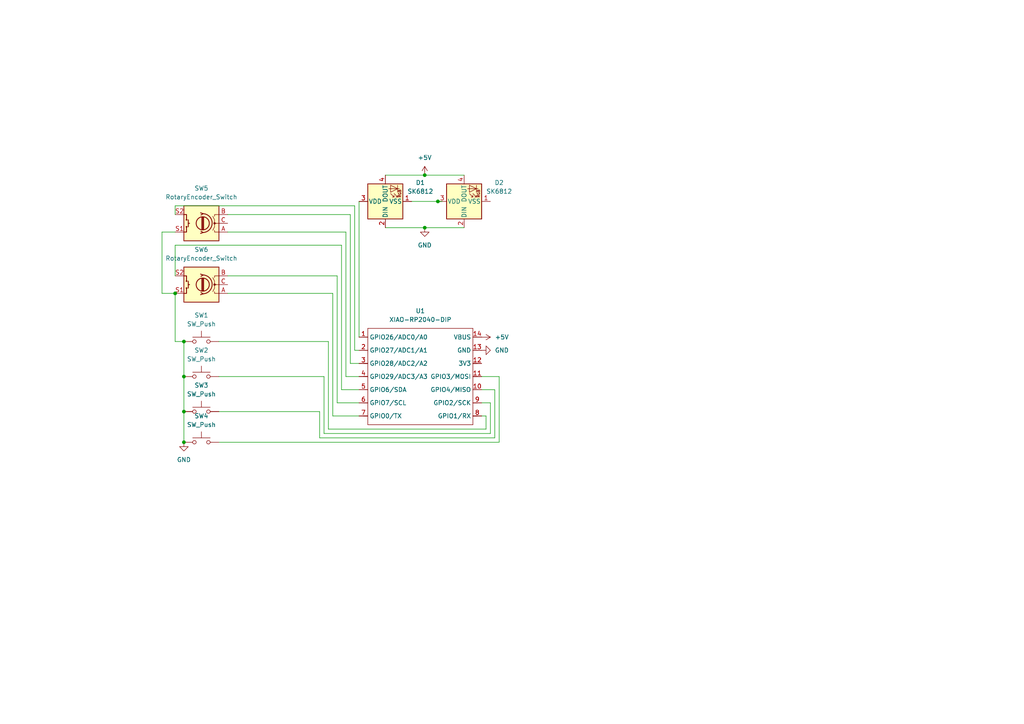
<source format=kicad_sch>
(kicad_sch
	(version 20250114)
	(generator "eeschema")
	(generator_version "9.0")
	(uuid "d9e5136b-d661-4912-8ee9-0caa2f03917f")
	(paper "A4")
	(lib_symbols
		(symbol "Device:RotaryEncoder_Switch"
			(pin_names
				(offset 0.254)
				(hide yes)
			)
			(exclude_from_sim no)
			(in_bom yes)
			(on_board yes)
			(property "Reference" "SW"
				(at 0 6.604 0)
				(effects
					(font
						(size 1.27 1.27)
					)
				)
			)
			(property "Value" "RotaryEncoder_Switch"
				(at 0 -6.604 0)
				(effects
					(font
						(size 1.27 1.27)
					)
				)
			)
			(property "Footprint" ""
				(at -3.81 4.064 0)
				(effects
					(font
						(size 1.27 1.27)
					)
					(hide yes)
				)
			)
			(property "Datasheet" "~"
				(at 0 6.604 0)
				(effects
					(font
						(size 1.27 1.27)
					)
					(hide yes)
				)
			)
			(property "Description" "Rotary encoder, dual channel, incremental quadrate outputs, with switch"
				(at 0 0 0)
				(effects
					(font
						(size 1.27 1.27)
					)
					(hide yes)
				)
			)
			(property "ki_keywords" "rotary switch encoder switch push button"
				(at 0 0 0)
				(effects
					(font
						(size 1.27 1.27)
					)
					(hide yes)
				)
			)
			(property "ki_fp_filters" "RotaryEncoder*Switch*"
				(at 0 0 0)
				(effects
					(font
						(size 1.27 1.27)
					)
					(hide yes)
				)
			)
			(symbol "RotaryEncoder_Switch_0_1"
				(rectangle
					(start -5.08 5.08)
					(end 5.08 -5.08)
					(stroke
						(width 0.254)
						(type default)
					)
					(fill
						(type background)
					)
				)
				(polyline
					(pts
						(xy -5.08 2.54) (xy -3.81 2.54) (xy -3.81 2.032)
					)
					(stroke
						(width 0)
						(type default)
					)
					(fill
						(type none)
					)
				)
				(polyline
					(pts
						(xy -5.08 0) (xy -3.81 0) (xy -3.81 -1.016) (xy -3.302 -2.032)
					)
					(stroke
						(width 0)
						(type default)
					)
					(fill
						(type none)
					)
				)
				(polyline
					(pts
						(xy -5.08 -2.54) (xy -3.81 -2.54) (xy -3.81 -2.032)
					)
					(stroke
						(width 0)
						(type default)
					)
					(fill
						(type none)
					)
				)
				(polyline
					(pts
						(xy -4.318 0) (xy -3.81 0) (xy -3.81 1.016) (xy -3.302 2.032)
					)
					(stroke
						(width 0)
						(type default)
					)
					(fill
						(type none)
					)
				)
				(circle
					(center -3.81 0)
					(radius 0.254)
					(stroke
						(width 0)
						(type default)
					)
					(fill
						(type outline)
					)
				)
				(polyline
					(pts
						(xy -0.635 -1.778) (xy -0.635 1.778)
					)
					(stroke
						(width 0.254)
						(type default)
					)
					(fill
						(type none)
					)
				)
				(circle
					(center -0.381 0)
					(radius 1.905)
					(stroke
						(width 0.254)
						(type default)
					)
					(fill
						(type none)
					)
				)
				(polyline
					(pts
						(xy -0.381 -1.778) (xy -0.381 1.778)
					)
					(stroke
						(width 0.254)
						(type default)
					)
					(fill
						(type none)
					)
				)
				(arc
					(start -0.381 -2.794)
					(mid -3.0988 -0.0635)
					(end -0.381 2.667)
					(stroke
						(width 0.254)
						(type default)
					)
					(fill
						(type none)
					)
				)
				(polyline
					(pts
						(xy -0.127 1.778) (xy -0.127 -1.778)
					)
					(stroke
						(width 0.254)
						(type default)
					)
					(fill
						(type none)
					)
				)
				(polyline
					(pts
						(xy 0.254 2.921) (xy -0.508 2.667) (xy 0.127 2.286)
					)
					(stroke
						(width 0.254)
						(type default)
					)
					(fill
						(type none)
					)
				)
				(polyline
					(pts
						(xy 0.254 -3.048) (xy -0.508 -2.794) (xy 0.127 -2.413)
					)
					(stroke
						(width 0.254)
						(type default)
					)
					(fill
						(type none)
					)
				)
				(polyline
					(pts
						(xy 3.81 1.016) (xy 3.81 -1.016)
					)
					(stroke
						(width 0.254)
						(type default)
					)
					(fill
						(type none)
					)
				)
				(polyline
					(pts
						(xy 3.81 0) (xy 3.429 0)
					)
					(stroke
						(width 0.254)
						(type default)
					)
					(fill
						(type none)
					)
				)
				(circle
					(center 4.318 1.016)
					(radius 0.127)
					(stroke
						(width 0.254)
						(type default)
					)
					(fill
						(type none)
					)
				)
				(circle
					(center 4.318 -1.016)
					(radius 0.127)
					(stroke
						(width 0.254)
						(type default)
					)
					(fill
						(type none)
					)
				)
				(polyline
					(pts
						(xy 5.08 2.54) (xy 4.318 2.54) (xy 4.318 1.016)
					)
					(stroke
						(width 0.254)
						(type default)
					)
					(fill
						(type none)
					)
				)
				(polyline
					(pts
						(xy 5.08 -2.54) (xy 4.318 -2.54) (xy 4.318 -1.016)
					)
					(stroke
						(width 0.254)
						(type default)
					)
					(fill
						(type none)
					)
				)
			)
			(symbol "RotaryEncoder_Switch_1_1"
				(pin passive line
					(at -7.62 2.54 0)
					(length 2.54)
					(name "A"
						(effects
							(font
								(size 1.27 1.27)
							)
						)
					)
					(number "A"
						(effects
							(font
								(size 1.27 1.27)
							)
						)
					)
				)
				(pin passive line
					(at -7.62 0 0)
					(length 2.54)
					(name "C"
						(effects
							(font
								(size 1.27 1.27)
							)
						)
					)
					(number "C"
						(effects
							(font
								(size 1.27 1.27)
							)
						)
					)
				)
				(pin passive line
					(at -7.62 -2.54 0)
					(length 2.54)
					(name "B"
						(effects
							(font
								(size 1.27 1.27)
							)
						)
					)
					(number "B"
						(effects
							(font
								(size 1.27 1.27)
							)
						)
					)
				)
				(pin passive line
					(at 7.62 2.54 180)
					(length 2.54)
					(name "S1"
						(effects
							(font
								(size 1.27 1.27)
							)
						)
					)
					(number "S1"
						(effects
							(font
								(size 1.27 1.27)
							)
						)
					)
				)
				(pin passive line
					(at 7.62 -2.54 180)
					(length 2.54)
					(name "S2"
						(effects
							(font
								(size 1.27 1.27)
							)
						)
					)
					(number "S2"
						(effects
							(font
								(size 1.27 1.27)
							)
						)
					)
				)
			)
			(embedded_fonts no)
		)
		(symbol "LED:SK6812"
			(pin_names
				(offset 0.254)
			)
			(exclude_from_sim no)
			(in_bom yes)
			(on_board yes)
			(property "Reference" "D"
				(at 5.08 5.715 0)
				(effects
					(font
						(size 1.27 1.27)
					)
					(justify right bottom)
				)
			)
			(property "Value" "SK6812"
				(at 1.27 -5.715 0)
				(effects
					(font
						(size 1.27 1.27)
					)
					(justify left top)
				)
			)
			(property "Footprint" "LED_SMD:LED_SK6812_PLCC4_5.0x5.0mm_P3.2mm"
				(at 1.27 -7.62 0)
				(effects
					(font
						(size 1.27 1.27)
					)
					(justify left top)
					(hide yes)
				)
			)
			(property "Datasheet" "https://cdn-shop.adafruit.com/product-files/1138/SK6812+LED+datasheet+.pdf"
				(at 2.54 -9.525 0)
				(effects
					(font
						(size 1.27 1.27)
					)
					(justify left top)
					(hide yes)
				)
			)
			(property "Description" "RGB LED with integrated controller"
				(at 0 0 0)
				(effects
					(font
						(size 1.27 1.27)
					)
					(hide yes)
				)
			)
			(property "ki_keywords" "RGB LED NeoPixel addressable"
				(at 0 0 0)
				(effects
					(font
						(size 1.27 1.27)
					)
					(hide yes)
				)
			)
			(property "ki_fp_filters" "LED*SK6812*PLCC*5.0x5.0mm*P3.2mm*"
				(at 0 0 0)
				(effects
					(font
						(size 1.27 1.27)
					)
					(hide yes)
				)
			)
			(symbol "SK6812_0_0"
				(text "RGB"
					(at 2.286 -4.191 0)
					(effects
						(font
							(size 0.762 0.762)
						)
					)
				)
			)
			(symbol "SK6812_0_1"
				(polyline
					(pts
						(xy 1.27 -2.54) (xy 1.778 -2.54)
					)
					(stroke
						(width 0)
						(type default)
					)
					(fill
						(type none)
					)
				)
				(polyline
					(pts
						(xy 1.27 -3.556) (xy 1.778 -3.556)
					)
					(stroke
						(width 0)
						(type default)
					)
					(fill
						(type none)
					)
				)
				(polyline
					(pts
						(xy 2.286 -1.524) (xy 1.27 -2.54) (xy 1.27 -2.032)
					)
					(stroke
						(width 0)
						(type default)
					)
					(fill
						(type none)
					)
				)
				(polyline
					(pts
						(xy 2.286 -2.54) (xy 1.27 -3.556) (xy 1.27 -3.048)
					)
					(stroke
						(width 0)
						(type default)
					)
					(fill
						(type none)
					)
				)
				(polyline
					(pts
						(xy 3.683 -1.016) (xy 3.683 -3.556) (xy 3.683 -4.064)
					)
					(stroke
						(width 0)
						(type default)
					)
					(fill
						(type none)
					)
				)
				(polyline
					(pts
						(xy 4.699 -1.524) (xy 2.667 -1.524) (xy 3.683 -3.556) (xy 4.699 -1.524)
					)
					(stroke
						(width 0)
						(type default)
					)
					(fill
						(type none)
					)
				)
				(polyline
					(pts
						(xy 4.699 -3.556) (xy 2.667 -3.556)
					)
					(stroke
						(width 0)
						(type default)
					)
					(fill
						(type none)
					)
				)
				(rectangle
					(start 5.08 5.08)
					(end -5.08 -5.08)
					(stroke
						(width 0.254)
						(type default)
					)
					(fill
						(type background)
					)
				)
			)
			(symbol "SK6812_1_1"
				(pin input line
					(at -7.62 0 0)
					(length 2.54)
					(name "DIN"
						(effects
							(font
								(size 1.27 1.27)
							)
						)
					)
					(number "2"
						(effects
							(font
								(size 1.27 1.27)
							)
						)
					)
				)
				(pin power_in line
					(at 0 7.62 270)
					(length 2.54)
					(name "VDD"
						(effects
							(font
								(size 1.27 1.27)
							)
						)
					)
					(number "3"
						(effects
							(font
								(size 1.27 1.27)
							)
						)
					)
				)
				(pin power_in line
					(at 0 -7.62 90)
					(length 2.54)
					(name "VSS"
						(effects
							(font
								(size 1.27 1.27)
							)
						)
					)
					(number "1"
						(effects
							(font
								(size 1.27 1.27)
							)
						)
					)
				)
				(pin output line
					(at 7.62 0 180)
					(length 2.54)
					(name "DOUT"
						(effects
							(font
								(size 1.27 1.27)
							)
						)
					)
					(number "4"
						(effects
							(font
								(size 1.27 1.27)
							)
						)
					)
				)
			)
			(embedded_fonts no)
		)
		(symbol "Switch:SW_Push"
			(pin_numbers
				(hide yes)
			)
			(pin_names
				(offset 1.016)
				(hide yes)
			)
			(exclude_from_sim no)
			(in_bom yes)
			(on_board yes)
			(property "Reference" "SW"
				(at 1.27 2.54 0)
				(effects
					(font
						(size 1.27 1.27)
					)
					(justify left)
				)
			)
			(property "Value" "SW_Push"
				(at 0 -1.524 0)
				(effects
					(font
						(size 1.27 1.27)
					)
				)
			)
			(property "Footprint" ""
				(at 0 5.08 0)
				(effects
					(font
						(size 1.27 1.27)
					)
					(hide yes)
				)
			)
			(property "Datasheet" "~"
				(at 0 5.08 0)
				(effects
					(font
						(size 1.27 1.27)
					)
					(hide yes)
				)
			)
			(property "Description" "Push button switch, generic, two pins"
				(at 0 0 0)
				(effects
					(font
						(size 1.27 1.27)
					)
					(hide yes)
				)
			)
			(property "ki_keywords" "switch normally-open pushbutton push-button"
				(at 0 0 0)
				(effects
					(font
						(size 1.27 1.27)
					)
					(hide yes)
				)
			)
			(symbol "SW_Push_0_1"
				(circle
					(center -2.032 0)
					(radius 0.508)
					(stroke
						(width 0)
						(type default)
					)
					(fill
						(type none)
					)
				)
				(polyline
					(pts
						(xy 0 1.27) (xy 0 3.048)
					)
					(stroke
						(width 0)
						(type default)
					)
					(fill
						(type none)
					)
				)
				(circle
					(center 2.032 0)
					(radius 0.508)
					(stroke
						(width 0)
						(type default)
					)
					(fill
						(type none)
					)
				)
				(polyline
					(pts
						(xy 2.54 1.27) (xy -2.54 1.27)
					)
					(stroke
						(width 0)
						(type default)
					)
					(fill
						(type none)
					)
				)
				(pin passive line
					(at -5.08 0 0)
					(length 2.54)
					(name "1"
						(effects
							(font
								(size 1.27 1.27)
							)
						)
					)
					(number "1"
						(effects
							(font
								(size 1.27 1.27)
							)
						)
					)
				)
				(pin passive line
					(at 5.08 0 180)
					(length 2.54)
					(name "2"
						(effects
							(font
								(size 1.27 1.27)
							)
						)
					)
					(number "2"
						(effects
							(font
								(size 1.27 1.27)
							)
						)
					)
				)
			)
			(embedded_fonts no)
		)
		(symbol "controller:XIAO-RP2040-DIP"
			(exclude_from_sim no)
			(in_bom yes)
			(on_board yes)
			(property "Reference" "U"
				(at 0 0 0)
				(effects
					(font
						(size 1.27 1.27)
					)
				)
			)
			(property "Value" "XIAO-RP2040-DIP"
				(at 5.334 -1.778 0)
				(effects
					(font
						(size 1.27 1.27)
					)
				)
			)
			(property "Footprint" "Module:MOUDLE14P-XIAO-DIP-SMD"
				(at 14.478 -32.258 0)
				(effects
					(font
						(size 1.27 1.27)
					)
					(hide yes)
				)
			)
			(property "Datasheet" ""
				(at 0 0 0)
				(effects
					(font
						(size 1.27 1.27)
					)
					(hide yes)
				)
			)
			(property "Description" ""
				(at 0 0 0)
				(effects
					(font
						(size 1.27 1.27)
					)
					(hide yes)
				)
			)
			(symbol "XIAO-RP2040-DIP_1_0"
				(polyline
					(pts
						(xy -1.27 -2.54) (xy 29.21 -2.54)
					)
					(stroke
						(width 0.1524)
						(type solid)
					)
					(fill
						(type none)
					)
				)
				(polyline
					(pts
						(xy -1.27 -5.08) (xy -2.54 -5.08)
					)
					(stroke
						(width 0.1524)
						(type solid)
					)
					(fill
						(type none)
					)
				)
				(polyline
					(pts
						(xy -1.27 -5.08) (xy -1.27 -2.54)
					)
					(stroke
						(width 0.1524)
						(type solid)
					)
					(fill
						(type none)
					)
				)
				(polyline
					(pts
						(xy -1.27 -8.89) (xy -2.54 -8.89)
					)
					(stroke
						(width 0.1524)
						(type solid)
					)
					(fill
						(type none)
					)
				)
				(polyline
					(pts
						(xy -1.27 -8.89) (xy -1.27 -5.08)
					)
					(stroke
						(width 0.1524)
						(type solid)
					)
					(fill
						(type none)
					)
				)
				(polyline
					(pts
						(xy -1.27 -12.7) (xy -2.54 -12.7)
					)
					(stroke
						(width 0.1524)
						(type solid)
					)
					(fill
						(type none)
					)
				)
				(polyline
					(pts
						(xy -1.27 -12.7) (xy -1.27 -8.89)
					)
					(stroke
						(width 0.1524)
						(type solid)
					)
					(fill
						(type none)
					)
				)
				(polyline
					(pts
						(xy -1.27 -16.51) (xy -2.54 -16.51)
					)
					(stroke
						(width 0.1524)
						(type solid)
					)
					(fill
						(type none)
					)
				)
				(polyline
					(pts
						(xy -1.27 -16.51) (xy -1.27 -12.7)
					)
					(stroke
						(width 0.1524)
						(type solid)
					)
					(fill
						(type none)
					)
				)
				(polyline
					(pts
						(xy -1.27 -20.32) (xy -2.54 -20.32)
					)
					(stroke
						(width 0.1524)
						(type solid)
					)
					(fill
						(type none)
					)
				)
				(polyline
					(pts
						(xy -1.27 -24.13) (xy -2.54 -24.13)
					)
					(stroke
						(width 0.1524)
						(type solid)
					)
					(fill
						(type none)
					)
				)
				(polyline
					(pts
						(xy -1.27 -27.94) (xy -2.54 -27.94)
					)
					(stroke
						(width 0.1524)
						(type solid)
					)
					(fill
						(type none)
					)
				)
				(polyline
					(pts
						(xy -1.27 -30.48) (xy -1.27 -16.51)
					)
					(stroke
						(width 0.1524)
						(type solid)
					)
					(fill
						(type none)
					)
				)
				(polyline
					(pts
						(xy 29.21 -2.54) (xy 29.21 -5.08)
					)
					(stroke
						(width 0.1524)
						(type solid)
					)
					(fill
						(type none)
					)
				)
				(polyline
					(pts
						(xy 29.21 -5.08) (xy 29.21 -8.89)
					)
					(stroke
						(width 0.1524)
						(type solid)
					)
					(fill
						(type none)
					)
				)
				(polyline
					(pts
						(xy 29.21 -8.89) (xy 29.21 -12.7)
					)
					(stroke
						(width 0.1524)
						(type solid)
					)
					(fill
						(type none)
					)
				)
				(polyline
					(pts
						(xy 29.21 -12.7) (xy 29.21 -30.48)
					)
					(stroke
						(width 0.1524)
						(type solid)
					)
					(fill
						(type none)
					)
				)
				(polyline
					(pts
						(xy 29.21 -30.48) (xy -1.27 -30.48)
					)
					(stroke
						(width 0.1524)
						(type solid)
					)
					(fill
						(type none)
					)
				)
				(polyline
					(pts
						(xy 30.48 -5.08) (xy 29.21 -5.08)
					)
					(stroke
						(width 0.1524)
						(type solid)
					)
					(fill
						(type none)
					)
				)
				(polyline
					(pts
						(xy 30.48 -8.89) (xy 29.21 -8.89)
					)
					(stroke
						(width 0.1524)
						(type solid)
					)
					(fill
						(type none)
					)
				)
				(polyline
					(pts
						(xy 30.48 -12.7) (xy 29.21 -12.7)
					)
					(stroke
						(width 0.1524)
						(type solid)
					)
					(fill
						(type none)
					)
				)
				(polyline
					(pts
						(xy 30.48 -16.51) (xy 29.21 -16.51)
					)
					(stroke
						(width 0.1524)
						(type solid)
					)
					(fill
						(type none)
					)
				)
				(polyline
					(pts
						(xy 30.48 -20.32) (xy 29.21 -20.32)
					)
					(stroke
						(width 0.1524)
						(type solid)
					)
					(fill
						(type none)
					)
				)
				(polyline
					(pts
						(xy 30.48 -24.13) (xy 29.21 -24.13)
					)
					(stroke
						(width 0.1524)
						(type solid)
					)
					(fill
						(type none)
					)
				)
				(polyline
					(pts
						(xy 30.48 -27.94) (xy 29.21 -27.94)
					)
					(stroke
						(width 0.1524)
						(type solid)
					)
					(fill
						(type none)
					)
				)
				(pin passive line
					(at -3.81 -5.08 0)
					(length 2.54)
					(name "GPIO26/ADC0/A0"
						(effects
							(font
								(size 1.27 1.27)
							)
						)
					)
					(number "1"
						(effects
							(font
								(size 1.27 1.27)
							)
						)
					)
				)
				(pin passive line
					(at -3.81 -8.89 0)
					(length 2.54)
					(name "GPIO27/ADC1/A1"
						(effects
							(font
								(size 1.27 1.27)
							)
						)
					)
					(number "2"
						(effects
							(font
								(size 1.27 1.27)
							)
						)
					)
				)
				(pin passive line
					(at -3.81 -12.7 0)
					(length 2.54)
					(name "GPIO28/ADC2/A2"
						(effects
							(font
								(size 1.27 1.27)
							)
						)
					)
					(number "3"
						(effects
							(font
								(size 1.27 1.27)
							)
						)
					)
				)
				(pin passive line
					(at -3.81 -16.51 0)
					(length 2.54)
					(name "GPIO29/ADC3/A3"
						(effects
							(font
								(size 1.27 1.27)
							)
						)
					)
					(number "4"
						(effects
							(font
								(size 1.27 1.27)
							)
						)
					)
				)
				(pin passive line
					(at -3.81 -20.32 0)
					(length 2.54)
					(name "GPIO6/SDA"
						(effects
							(font
								(size 1.27 1.27)
							)
						)
					)
					(number "5"
						(effects
							(font
								(size 1.27 1.27)
							)
						)
					)
				)
				(pin passive line
					(at -3.81 -24.13 0)
					(length 2.54)
					(name "GPIO7/SCL"
						(effects
							(font
								(size 1.27 1.27)
							)
						)
					)
					(number "6"
						(effects
							(font
								(size 1.27 1.27)
							)
						)
					)
				)
				(pin passive line
					(at -3.81 -27.94 0)
					(length 2.54)
					(name "GPIO0/TX"
						(effects
							(font
								(size 1.27 1.27)
							)
						)
					)
					(number "7"
						(effects
							(font
								(size 1.27 1.27)
							)
						)
					)
				)
				(pin passive line
					(at 31.75 -5.08 180)
					(length 2.54)
					(name "VBUS"
						(effects
							(font
								(size 1.27 1.27)
							)
						)
					)
					(number "14"
						(effects
							(font
								(size 1.27 1.27)
							)
						)
					)
				)
				(pin passive line
					(at 31.75 -8.89 180)
					(length 2.54)
					(name "GND"
						(effects
							(font
								(size 1.27 1.27)
							)
						)
					)
					(number "13"
						(effects
							(font
								(size 1.27 1.27)
							)
						)
					)
				)
				(pin passive line
					(at 31.75 -12.7 180)
					(length 2.54)
					(name "3V3"
						(effects
							(font
								(size 1.27 1.27)
							)
						)
					)
					(number "12"
						(effects
							(font
								(size 1.27 1.27)
							)
						)
					)
				)
				(pin passive line
					(at 31.75 -16.51 180)
					(length 2.54)
					(name "GPIO3/MOSI"
						(effects
							(font
								(size 1.27 1.27)
							)
						)
					)
					(number "11"
						(effects
							(font
								(size 1.27 1.27)
							)
						)
					)
				)
				(pin passive line
					(at 31.75 -20.32 180)
					(length 2.54)
					(name "GPIO4/MISO"
						(effects
							(font
								(size 1.27 1.27)
							)
						)
					)
					(number "10"
						(effects
							(font
								(size 1.27 1.27)
							)
						)
					)
				)
				(pin passive line
					(at 31.75 -24.13 180)
					(length 2.54)
					(name "GPIO2/SCK"
						(effects
							(font
								(size 1.27 1.27)
							)
						)
					)
					(number "9"
						(effects
							(font
								(size 1.27 1.27)
							)
						)
					)
				)
				(pin passive line
					(at 31.75 -27.94 180)
					(length 2.54)
					(name "GPIO1/RX"
						(effects
							(font
								(size 1.27 1.27)
							)
						)
					)
					(number "8"
						(effects
							(font
								(size 1.27 1.27)
							)
						)
					)
				)
			)
			(embedded_fonts no)
		)
		(symbol "power:+5V"
			(power)
			(pin_numbers
				(hide yes)
			)
			(pin_names
				(offset 0)
				(hide yes)
			)
			(exclude_from_sim no)
			(in_bom yes)
			(on_board yes)
			(property "Reference" "#PWR"
				(at 0 -3.81 0)
				(effects
					(font
						(size 1.27 1.27)
					)
					(hide yes)
				)
			)
			(property "Value" "+5V"
				(at 0 3.556 0)
				(effects
					(font
						(size 1.27 1.27)
					)
				)
			)
			(property "Footprint" ""
				(at 0 0 0)
				(effects
					(font
						(size 1.27 1.27)
					)
					(hide yes)
				)
			)
			(property "Datasheet" ""
				(at 0 0 0)
				(effects
					(font
						(size 1.27 1.27)
					)
					(hide yes)
				)
			)
			(property "Description" "Power symbol creates a global label with name \"+5V\""
				(at 0 0 0)
				(effects
					(font
						(size 1.27 1.27)
					)
					(hide yes)
				)
			)
			(property "ki_keywords" "global power"
				(at 0 0 0)
				(effects
					(font
						(size 1.27 1.27)
					)
					(hide yes)
				)
			)
			(symbol "+5V_0_1"
				(polyline
					(pts
						(xy -0.762 1.27) (xy 0 2.54)
					)
					(stroke
						(width 0)
						(type default)
					)
					(fill
						(type none)
					)
				)
				(polyline
					(pts
						(xy 0 2.54) (xy 0.762 1.27)
					)
					(stroke
						(width 0)
						(type default)
					)
					(fill
						(type none)
					)
				)
				(polyline
					(pts
						(xy 0 0) (xy 0 2.54)
					)
					(stroke
						(width 0)
						(type default)
					)
					(fill
						(type none)
					)
				)
			)
			(symbol "+5V_1_1"
				(pin power_in line
					(at 0 0 90)
					(length 0)
					(name "~"
						(effects
							(font
								(size 1.27 1.27)
							)
						)
					)
					(number "1"
						(effects
							(font
								(size 1.27 1.27)
							)
						)
					)
				)
			)
			(embedded_fonts no)
		)
		(symbol "power:GND"
			(power)
			(pin_numbers
				(hide yes)
			)
			(pin_names
				(offset 0)
				(hide yes)
			)
			(exclude_from_sim no)
			(in_bom yes)
			(on_board yes)
			(property "Reference" "#PWR"
				(at 0 -6.35 0)
				(effects
					(font
						(size 1.27 1.27)
					)
					(hide yes)
				)
			)
			(property "Value" "GND"
				(at 0 -3.81 0)
				(effects
					(font
						(size 1.27 1.27)
					)
				)
			)
			(property "Footprint" ""
				(at 0 0 0)
				(effects
					(font
						(size 1.27 1.27)
					)
					(hide yes)
				)
			)
			(property "Datasheet" ""
				(at 0 0 0)
				(effects
					(font
						(size 1.27 1.27)
					)
					(hide yes)
				)
			)
			(property "Description" "Power symbol creates a global label with name \"GND\" , ground"
				(at 0 0 0)
				(effects
					(font
						(size 1.27 1.27)
					)
					(hide yes)
				)
			)
			(property "ki_keywords" "global power"
				(at 0 0 0)
				(effects
					(font
						(size 1.27 1.27)
					)
					(hide yes)
				)
			)
			(symbol "GND_0_1"
				(polyline
					(pts
						(xy 0 0) (xy 0 -1.27) (xy 1.27 -1.27) (xy 0 -2.54) (xy -1.27 -1.27) (xy 0 -1.27)
					)
					(stroke
						(width 0)
						(type default)
					)
					(fill
						(type none)
					)
				)
			)
			(symbol "GND_1_1"
				(pin power_in line
					(at 0 0 270)
					(length 0)
					(name "~"
						(effects
							(font
								(size 1.27 1.27)
							)
						)
					)
					(number "1"
						(effects
							(font
								(size 1.27 1.27)
							)
						)
					)
				)
			)
			(embedded_fonts no)
		)
	)
	(junction
		(at 53.34 119.38)
		(diameter 0)
		(color 0 0 0 0)
		(uuid "2a291635-356c-4fa8-b8dc-da0e5a9a04db")
	)
	(junction
		(at 53.34 109.22)
		(diameter 0)
		(color 0 0 0 0)
		(uuid "56a552f9-f856-4be5-80db-e252d9078c44")
	)
	(junction
		(at 127 58.42)
		(diameter 0)
		(color 0 0 0 0)
		(uuid "5e25ceea-b304-4e80-add7-42b9d8d8705a")
	)
	(junction
		(at 123.19 50.8)
		(diameter 0)
		(color 0 0 0 0)
		(uuid "719dedd1-9e16-4066-b909-d923e72f1953")
	)
	(junction
		(at 53.34 99.06)
		(diameter 0)
		(color 0 0 0 0)
		(uuid "75b4b4e1-71b9-4ed6-9fdb-cad58a891bef")
	)
	(junction
		(at 123.19 66.04)
		(diameter 0)
		(color 0 0 0 0)
		(uuid "9037e333-30e6-4518-82a2-d6449fddd6fd")
	)
	(junction
		(at 53.34 128.27)
		(diameter 0)
		(color 0 0 0 0)
		(uuid "9e47fc2c-b28c-4a97-8b4f-af8c1eb1d696")
	)
	(junction
		(at 50.8 85.09)
		(diameter 0)
		(color 0 0 0 0)
		(uuid "a171d0a7-7aa5-4b97-9817-5f1281c5f875")
	)
	(wire
		(pts
			(xy 140.97 124.46) (xy 140.97 120.65)
		)
		(stroke
			(width 0)
			(type default)
		)
		(uuid "05a89dc6-f817-4210-bbd4-920452f846ec")
	)
	(wire
		(pts
			(xy 95.25 124.46) (xy 140.97 124.46)
		)
		(stroke
			(width 0)
			(type default)
		)
		(uuid "10cf0702-c103-425c-b1db-8a67e93ee04f")
	)
	(wire
		(pts
			(xy 111.76 66.04) (xy 123.19 66.04)
		)
		(stroke
			(width 0)
			(type default)
		)
		(uuid "1905e2bb-73b4-4acf-a236-33f2140dc6ac")
	)
	(wire
		(pts
			(xy 101.6 62.23) (xy 101.6 105.41)
		)
		(stroke
			(width 0)
			(type default)
		)
		(uuid "203d3485-fd5e-4f74-a98f-990bf77e6286")
	)
	(wire
		(pts
			(xy 140.97 120.65) (xy 139.7 120.65)
		)
		(stroke
			(width 0)
			(type default)
		)
		(uuid "270545cc-474e-40b5-869f-702399aa43fc")
	)
	(wire
		(pts
			(xy 96.52 120.65) (xy 104.14 120.65)
		)
		(stroke
			(width 0)
			(type default)
		)
		(uuid "281fbc21-ae2d-427f-b1fb-4da39561d076")
	)
	(wire
		(pts
			(xy 93.98 109.22) (xy 93.98 125.73)
		)
		(stroke
			(width 0)
			(type default)
		)
		(uuid "35e95e2d-2e66-427a-a908-fc9d09bb729c")
	)
	(wire
		(pts
			(xy 50.8 59.69) (xy 102.87 59.69)
		)
		(stroke
			(width 0)
			(type default)
		)
		(uuid "3722a60c-8a6a-464d-98df-d2acc9c6147e")
	)
	(wire
		(pts
			(xy 50.8 71.12) (xy 99.06 71.12)
		)
		(stroke
			(width 0)
			(type default)
		)
		(uuid "38b9b07e-b93b-4546-8c7f-284c019c1f2b")
	)
	(wire
		(pts
			(xy 144.78 109.22) (xy 139.7 109.22)
		)
		(stroke
			(width 0)
			(type default)
		)
		(uuid "4b49925d-18b8-4cba-b59c-0156b4c35f4d")
	)
	(wire
		(pts
			(xy 99.06 71.12) (xy 99.06 113.03)
		)
		(stroke
			(width 0)
			(type default)
		)
		(uuid "53208377-60bc-4096-91b7-831e2318d86b")
	)
	(wire
		(pts
			(xy 63.5 128.27) (xy 144.78 128.27)
		)
		(stroke
			(width 0)
			(type default)
		)
		(uuid "54d67a7b-1712-4a7b-83f7-2debd41ffe3d")
	)
	(wire
		(pts
			(xy 97.79 80.01) (xy 97.79 116.84)
		)
		(stroke
			(width 0)
			(type default)
		)
		(uuid "59688354-7bcd-4859-aa76-d765be3b547a")
	)
	(wire
		(pts
			(xy 63.5 99.06) (xy 95.25 99.06)
		)
		(stroke
			(width 0)
			(type default)
		)
		(uuid "5f05b002-e3eb-4772-8046-90270efe70f9")
	)
	(wire
		(pts
			(xy 142.24 116.84) (xy 139.7 116.84)
		)
		(stroke
			(width 0)
			(type default)
		)
		(uuid "60bf8749-f646-4fbe-a104-144e286ac159")
	)
	(wire
		(pts
			(xy 102.87 59.69) (xy 102.87 101.6)
		)
		(stroke
			(width 0)
			(type default)
		)
		(uuid "63cd257d-2fd5-484b-a179-2e3f0629e35d")
	)
	(wire
		(pts
			(xy 92.71 119.38) (xy 92.71 127)
		)
		(stroke
			(width 0)
			(type default)
		)
		(uuid "6dd1337f-73b0-4183-b0c2-d30a8f1b21e2")
	)
	(wire
		(pts
			(xy 144.78 128.27) (xy 144.78 109.22)
		)
		(stroke
			(width 0)
			(type default)
		)
		(uuid "6f1dca43-1698-4415-8d2f-500440ce8103")
	)
	(wire
		(pts
			(xy 50.8 67.31) (xy 46.99 67.31)
		)
		(stroke
			(width 0)
			(type default)
		)
		(uuid "721ce0d8-db72-46be-a887-43bdedbb8b3d")
	)
	(wire
		(pts
			(xy 50.8 62.23) (xy 50.8 59.69)
		)
		(stroke
			(width 0)
			(type default)
		)
		(uuid "7a28fdd0-6497-4916-afdf-89bd75af4f7c")
	)
	(wire
		(pts
			(xy 63.5 119.38) (xy 92.71 119.38)
		)
		(stroke
			(width 0)
			(type default)
		)
		(uuid "7ee9a2e6-2c87-4084-a105-f6127080a6f3")
	)
	(wire
		(pts
			(xy 97.79 116.84) (xy 104.14 116.84)
		)
		(stroke
			(width 0)
			(type default)
		)
		(uuid "7fd442be-9832-43be-9b0f-a81f0bbca298")
	)
	(wire
		(pts
			(xy 96.52 85.09) (xy 96.52 120.65)
		)
		(stroke
			(width 0)
			(type default)
		)
		(uuid "8176dd72-35b8-4648-b9ab-84e2c8c312da")
	)
	(wire
		(pts
			(xy 143.51 127) (xy 143.51 113.03)
		)
		(stroke
			(width 0)
			(type default)
		)
		(uuid "848fa28f-3f12-458a-8c37-25e2ef66e3a1")
	)
	(wire
		(pts
			(xy 46.99 67.31) (xy 46.99 85.09)
		)
		(stroke
			(width 0)
			(type default)
		)
		(uuid "86bd5cfd-60cf-4cdb-a815-a3cff6d4b2d3")
	)
	(wire
		(pts
			(xy 123.19 66.04) (xy 134.62 66.04)
		)
		(stroke
			(width 0)
			(type default)
		)
		(uuid "89b9f3c7-69f8-4e03-98f0-62ea465adc52")
	)
	(wire
		(pts
			(xy 50.8 80.01) (xy 50.8 71.12)
		)
		(stroke
			(width 0)
			(type default)
		)
		(uuid "8da78e1f-3511-459a-b8c8-423b3a04fe6c")
	)
	(wire
		(pts
			(xy 101.6 105.41) (xy 104.14 105.41)
		)
		(stroke
			(width 0)
			(type default)
		)
		(uuid "96414110-fd34-471c-94af-15af88c669e1")
	)
	(wire
		(pts
			(xy 100.33 67.31) (xy 100.33 109.22)
		)
		(stroke
			(width 0)
			(type default)
		)
		(uuid "98788b43-e6e9-4be8-8303-d51c3434884c")
	)
	(wire
		(pts
			(xy 53.34 109.22) (xy 53.34 119.38)
		)
		(stroke
			(width 0)
			(type default)
		)
		(uuid "9d95e3f5-1cd1-4171-816b-d4cb392a6bb8")
	)
	(wire
		(pts
			(xy 66.04 85.09) (xy 96.52 85.09)
		)
		(stroke
			(width 0)
			(type default)
		)
		(uuid "9fa09438-90ff-44b1-8a4b-aa68bb6a83c5")
	)
	(wire
		(pts
			(xy 100.33 109.22) (xy 104.14 109.22)
		)
		(stroke
			(width 0)
			(type default)
		)
		(uuid "aed38295-8f37-4f03-b648-101d770f2ddd")
	)
	(wire
		(pts
			(xy 66.04 62.23) (xy 101.6 62.23)
		)
		(stroke
			(width 0)
			(type default)
		)
		(uuid "b41adaa6-c053-4823-8c64-5e9c048809e5")
	)
	(wire
		(pts
			(xy 111.76 50.8) (xy 123.19 50.8)
		)
		(stroke
			(width 0)
			(type default)
		)
		(uuid "bf7c648b-2762-49da-89dc-25f2444683f5")
	)
	(wire
		(pts
			(xy 46.99 85.09) (xy 50.8 85.09)
		)
		(stroke
			(width 0)
			(type default)
		)
		(uuid "bfdd83ab-611e-4e44-a344-1847509abd47")
	)
	(wire
		(pts
			(xy 95.25 99.06) (xy 95.25 124.46)
		)
		(stroke
			(width 0)
			(type default)
		)
		(uuid "c149ae3f-8f37-4f92-a52b-109943b8fd06")
	)
	(wire
		(pts
			(xy 102.87 101.6) (xy 104.14 101.6)
		)
		(stroke
			(width 0)
			(type default)
		)
		(uuid "c8936d5d-c527-43ee-aba4-e73d197ce325")
	)
	(wire
		(pts
			(xy 127 58.42) (xy 128.27 58.42)
		)
		(stroke
			(width 0)
			(type default)
		)
		(uuid "c981e56b-dc8f-4040-8b05-5aacee0a3d22")
	)
	(wire
		(pts
			(xy 93.98 125.73) (xy 142.24 125.73)
		)
		(stroke
			(width 0)
			(type default)
		)
		(uuid "cf7f988c-8400-4922-b3af-6919c35199d3")
	)
	(wire
		(pts
			(xy 143.51 113.03) (xy 139.7 113.03)
		)
		(stroke
			(width 0)
			(type default)
		)
		(uuid "d4ad45aa-7aa2-457c-81a1-1c0eaf293bdd")
	)
	(wire
		(pts
			(xy 92.71 127) (xy 143.51 127)
		)
		(stroke
			(width 0)
			(type default)
		)
		(uuid "d77e2307-c816-43fc-9dae-f433f929c864")
	)
	(wire
		(pts
			(xy 99.06 113.03) (xy 104.14 113.03)
		)
		(stroke
			(width 0)
			(type default)
		)
		(uuid "de5e8a59-41c4-48e4-bbca-c7a1e70641ff")
	)
	(wire
		(pts
			(xy 104.14 58.42) (xy 104.14 97.79)
		)
		(stroke
			(width 0)
			(type default)
		)
		(uuid "deba6022-aa30-4ffd-b946-094b1350fe1a")
	)
	(wire
		(pts
			(xy 53.34 119.38) (xy 53.34 128.27)
		)
		(stroke
			(width 0)
			(type default)
		)
		(uuid "dfe10b5c-e4cf-4b26-94c3-0768afc552d0")
	)
	(wire
		(pts
			(xy 50.8 99.06) (xy 53.34 99.06)
		)
		(stroke
			(width 0)
			(type default)
		)
		(uuid "e6f604ed-1a77-40ad-898a-bd85ca4ddb44")
	)
	(wire
		(pts
			(xy 123.19 50.8) (xy 134.62 50.8)
		)
		(stroke
			(width 0)
			(type default)
		)
		(uuid "e832a2db-29a4-45da-8d11-3366b7a80e0a")
	)
	(wire
		(pts
			(xy 63.5 109.22) (xy 93.98 109.22)
		)
		(stroke
			(width 0)
			(type default)
		)
		(uuid "e88960c5-e0e6-4bf8-bccd-1def9e8f25f3")
	)
	(wire
		(pts
			(xy 50.8 85.09) (xy 50.8 99.06)
		)
		(stroke
			(width 0)
			(type default)
		)
		(uuid "ebd6651a-1a4f-4f38-9542-c235911f8e5a")
	)
	(wire
		(pts
			(xy 53.34 99.06) (xy 53.34 109.22)
		)
		(stroke
			(width 0)
			(type default)
		)
		(uuid "ece63305-207c-43ff-b53f-d4f78af5757d")
	)
	(wire
		(pts
			(xy 119.38 58.42) (xy 127 58.42)
		)
		(stroke
			(width 0)
			(type default)
		)
		(uuid "ef68fb12-5ce9-44df-b202-299b4dabfd5c")
	)
	(wire
		(pts
			(xy 142.24 125.73) (xy 142.24 116.84)
		)
		(stroke
			(width 0)
			(type default)
		)
		(uuid "f3e84ddc-766d-4765-858f-c673a5cd0252")
	)
	(wire
		(pts
			(xy 66.04 67.31) (xy 100.33 67.31)
		)
		(stroke
			(width 0)
			(type default)
		)
		(uuid "f890449a-d935-4538-880c-7b27ee44e649")
	)
	(wire
		(pts
			(xy 66.04 80.01) (xy 97.79 80.01)
		)
		(stroke
			(width 0)
			(type default)
		)
		(uuid "f8eca27a-bf65-4bc4-8d6a-3a8a0435cd2f")
	)
	(symbol
		(lib_id "Switch:SW_Push")
		(at 58.42 119.38 0)
		(unit 1)
		(exclude_from_sim no)
		(in_bom yes)
		(on_board yes)
		(dnp no)
		(fields_autoplaced yes)
		(uuid "28cca403-c2c6-40ce-b04f-d2c72b0e99b2")
		(property "Reference" "SW3"
			(at 58.42 111.76 0)
			(effects
				(font
					(size 1.27 1.27)
				)
			)
		)
		(property "Value" "SW_Push"
			(at 58.42 114.3 0)
			(effects
				(font
					(size 1.27 1.27)
				)
			)
		)
		(property "Footprint" "Button_Switch_Keyboard:SW_Cherry_MX_1.00u_PCB"
			(at 58.42 114.3 0)
			(effects
				(font
					(size 1.27 1.27)
				)
				(hide yes)
			)
		)
		(property "Datasheet" "~"
			(at 58.42 114.3 0)
			(effects
				(font
					(size 1.27 1.27)
				)
				(hide yes)
			)
		)
		(property "Description" "Push button switch, generic, two pins"
			(at 58.42 119.38 0)
			(effects
				(font
					(size 1.27 1.27)
				)
				(hide yes)
			)
		)
		(pin "1"
			(uuid "f7ca2abc-12b8-4653-85e5-f5145263ea75")
		)
		(pin "2"
			(uuid "226e54f3-7f1b-4a4a-8b39-1276e7ff865a")
		)
		(instances
			(project ""
				(path "/d9e5136b-d661-4912-8ee9-0caa2f03917f"
					(reference "SW3")
					(unit 1)
				)
			)
		)
	)
	(symbol
		(lib_id "Switch:SW_Push")
		(at 58.42 109.22 0)
		(unit 1)
		(exclude_from_sim no)
		(in_bom yes)
		(on_board yes)
		(dnp no)
		(fields_autoplaced yes)
		(uuid "2f21d25b-723d-4001-ae24-d1316cca48e3")
		(property "Reference" "SW2"
			(at 58.42 101.6 0)
			(effects
				(font
					(size 1.27 1.27)
				)
			)
		)
		(property "Value" "SW_Push"
			(at 58.42 104.14 0)
			(effects
				(font
					(size 1.27 1.27)
				)
			)
		)
		(property "Footprint" "Button_Switch_Keyboard:SW_Cherry_MX_1.00u_PCB"
			(at 58.42 104.14 0)
			(effects
				(font
					(size 1.27 1.27)
				)
				(hide yes)
			)
		)
		(property "Datasheet" "~"
			(at 58.42 104.14 0)
			(effects
				(font
					(size 1.27 1.27)
				)
				(hide yes)
			)
		)
		(property "Description" "Push button switch, generic, two pins"
			(at 58.42 109.22 0)
			(effects
				(font
					(size 1.27 1.27)
				)
				(hide yes)
			)
		)
		(pin "2"
			(uuid "2480f2e2-189e-438c-9266-5def8d568019")
		)
		(pin "1"
			(uuid "04796109-512e-4fc9-906d-697790d95460")
		)
		(instances
			(project ""
				(path "/d9e5136b-d661-4912-8ee9-0caa2f03917f"
					(reference "SW2")
					(unit 1)
				)
			)
		)
	)
	(symbol
		(lib_id "power:GND")
		(at 53.34 128.27 0)
		(unit 1)
		(exclude_from_sim no)
		(in_bom yes)
		(on_board yes)
		(dnp no)
		(fields_autoplaced yes)
		(uuid "36010953-359b-4710-9e0f-e23d158f72ee")
		(property "Reference" "#PWR01"
			(at 53.34 134.62 0)
			(effects
				(font
					(size 1.27 1.27)
				)
				(hide yes)
			)
		)
		(property "Value" "GND"
			(at 53.34 133.35 0)
			(effects
				(font
					(size 1.27 1.27)
				)
			)
		)
		(property "Footprint" ""
			(at 53.34 128.27 0)
			(effects
				(font
					(size 1.27 1.27)
				)
				(hide yes)
			)
		)
		(property "Datasheet" ""
			(at 53.34 128.27 0)
			(effects
				(font
					(size 1.27 1.27)
				)
				(hide yes)
			)
		)
		(property "Description" "Power symbol creates a global label with name \"GND\" , ground"
			(at 53.34 128.27 0)
			(effects
				(font
					(size 1.27 1.27)
				)
				(hide yes)
			)
		)
		(pin "1"
			(uuid "b629271b-deab-42e6-aa81-16a1fc3d2f9b")
		)
		(instances
			(project ""
				(path "/d9e5136b-d661-4912-8ee9-0caa2f03917f"
					(reference "#PWR01")
					(unit 1)
				)
			)
		)
	)
	(symbol
		(lib_id "Device:RotaryEncoder_Switch")
		(at 58.42 64.77 180)
		(unit 1)
		(exclude_from_sim no)
		(in_bom yes)
		(on_board yes)
		(dnp no)
		(fields_autoplaced yes)
		(uuid "370f2b65-65ff-4148-913e-dbea7f9f0bfd")
		(property "Reference" "SW5"
			(at 58.42 54.61 0)
			(effects
				(font
					(size 1.27 1.27)
				)
			)
		)
		(property "Value" "RotaryEncoder_Switch"
			(at 58.42 57.15 0)
			(effects
				(font
					(size 1.27 1.27)
				)
			)
		)
		(property "Footprint" "Rotary_Encoder:RotaryEncoder_Alps_EC11E-Switch_Vertical_H20mm_CircularMountingHoles"
			(at 62.23 68.834 0)
			(effects
				(font
					(size 1.27 1.27)
				)
				(hide yes)
			)
		)
		(property "Datasheet" "~"
			(at 58.42 71.374 0)
			(effects
				(font
					(size 1.27 1.27)
				)
				(hide yes)
			)
		)
		(property "Description" "Rotary encoder, dual channel, incremental quadrate outputs, with switch"
			(at 58.42 64.77 0)
			(effects
				(font
					(size 1.27 1.27)
				)
				(hide yes)
			)
		)
		(pin "S1"
			(uuid "a06fbd8f-2eac-4ad1-a364-310ec207c571")
		)
		(pin "B"
			(uuid "6101f977-0271-400b-9a5b-16088b9175b1")
		)
		(pin "C"
			(uuid "28ab1564-4f87-4c6c-b095-5a148bb5530b")
		)
		(pin "A"
			(uuid "5e28218d-f1ac-4bea-83fd-833f4e201499")
		)
		(pin "S2"
			(uuid "d4f0606d-19d7-42ad-a3b2-e6d91a3f9da2")
		)
		(instances
			(project ""
				(path "/d9e5136b-d661-4912-8ee9-0caa2f03917f"
					(reference "SW5")
					(unit 1)
				)
			)
		)
	)
	(symbol
		(lib_id "controller:XIAO-RP2040-DIP")
		(at 107.95 92.71 0)
		(unit 1)
		(exclude_from_sim no)
		(in_bom yes)
		(on_board yes)
		(dnp no)
		(fields_autoplaced yes)
		(uuid "58ba2a70-12ba-4f3a-889f-151a7c6db169")
		(property "Reference" "U1"
			(at 121.92 90.17 0)
			(effects
				(font
					(size 1.27 1.27)
				)
			)
		)
		(property "Value" "XIAO-RP2040-DIP"
			(at 121.92 92.71 0)
			(effects
				(font
					(size 1.27 1.27)
				)
			)
		)
		(property "Footprint" "seed:XIAO-RP2040-SMD"
			(at 122.428 124.968 0)
			(effects
				(font
					(size 1.27 1.27)
				)
				(hide yes)
			)
		)
		(property "Datasheet" ""
			(at 107.95 92.71 0)
			(effects
				(font
					(size 1.27 1.27)
				)
				(hide yes)
			)
		)
		(property "Description" ""
			(at 107.95 92.71 0)
			(effects
				(font
					(size 1.27 1.27)
				)
				(hide yes)
			)
		)
		(pin "7"
			(uuid "50446b70-b77a-4ecc-b459-5cb19c1dc07f")
		)
		(pin "5"
			(uuid "fb31bdf7-398c-4b90-a3e2-98beb8455e88")
		)
		(pin "1"
			(uuid "1c5e987f-d4f8-4ac3-bd14-1cd4eafe6270")
		)
		(pin "4"
			(uuid "b56d174b-d755-4f66-b9b0-8f07b598962a")
		)
		(pin "13"
			(uuid "df236d98-5b57-476e-9d5c-a7d494913986")
		)
		(pin "12"
			(uuid "216d18dc-3801-465d-a85a-259f3070c931")
		)
		(pin "6"
			(uuid "8f6f2d5f-3cc6-4f60-ad51-4561a793f050")
		)
		(pin "11"
			(uuid "45ec13d0-76e5-43f9-97cd-0b4ab5ac6c0e")
		)
		(pin "10"
			(uuid "78867640-a5a4-4db9-b3fa-1eba991d8580")
		)
		(pin "9"
			(uuid "4ef6a928-4f82-4baa-beb4-bd8ad27b439b")
		)
		(pin "8"
			(uuid "95db0549-823c-4e14-9c6b-d85466c41416")
		)
		(pin "3"
			(uuid "d86da780-2926-4db5-982c-2bdde3adf7b1")
		)
		(pin "14"
			(uuid "b3f80d03-7cdc-40ea-86ed-022c8f1a2d3e")
		)
		(pin "2"
			(uuid "183e0b21-75e0-4196-a6fd-9498a245561e")
		)
		(instances
			(project ""
				(path "/d9e5136b-d661-4912-8ee9-0caa2f03917f"
					(reference "U1")
					(unit 1)
				)
			)
		)
	)
	(symbol
		(lib_id "Switch:SW_Push")
		(at 58.42 99.06 0)
		(unit 1)
		(exclude_from_sim no)
		(in_bom yes)
		(on_board yes)
		(dnp no)
		(fields_autoplaced yes)
		(uuid "75fd20f0-51fe-4404-98f5-6e93df1e8fe6")
		(property "Reference" "SW1"
			(at 58.42 91.44 0)
			(effects
				(font
					(size 1.27 1.27)
				)
			)
		)
		(property "Value" "SW_Push"
			(at 58.42 93.98 0)
			(effects
				(font
					(size 1.27 1.27)
				)
			)
		)
		(property "Footprint" "Button_Switch_Keyboard:SW_Cherry_MX_1.00u_PCB"
			(at 58.42 93.98 0)
			(effects
				(font
					(size 1.27 1.27)
				)
				(hide yes)
			)
		)
		(property "Datasheet" "~"
			(at 58.42 93.98 0)
			(effects
				(font
					(size 1.27 1.27)
				)
				(hide yes)
			)
		)
		(property "Description" "Push button switch, generic, two pins"
			(at 58.42 99.06 0)
			(effects
				(font
					(size 1.27 1.27)
				)
				(hide yes)
			)
		)
		(pin "2"
			(uuid "06a5327c-8974-4a44-b712-7bcf7ab758da")
		)
		(pin "1"
			(uuid "636fc2ed-c9f5-4102-912e-d433d47c6dd1")
		)
		(instances
			(project ""
				(path "/d9e5136b-d661-4912-8ee9-0caa2f03917f"
					(reference "SW1")
					(unit 1)
				)
			)
		)
	)
	(symbol
		(lib_id "LED:SK6812")
		(at 111.76 58.42 90)
		(unit 1)
		(exclude_from_sim no)
		(in_bom yes)
		(on_board yes)
		(dnp no)
		(fields_autoplaced yes)
		(uuid "83a03a02-3f2d-422a-a9a5-7c08369ea9d4")
		(property "Reference" "D1"
			(at 121.92 52.9746 90)
			(effects
				(font
					(size 1.27 1.27)
				)
			)
		)
		(property "Value" "SK6812"
			(at 121.92 55.5146 90)
			(effects
				(font
					(size 1.27 1.27)
				)
			)
		)
		(property "Footprint" "LED_SMD:LED_SK6812_PLCC4_5.0x5.0mm_P3.2mm"
			(at 119.38 57.15 0)
			(effects
				(font
					(size 1.27 1.27)
				)
				(justify left top)
				(hide yes)
			)
		)
		(property "Datasheet" "https://cdn-shop.adafruit.com/product-files/1138/SK6812+LED+datasheet+.pdf"
			(at 121.285 55.88 0)
			(effects
				(font
					(size 1.27 1.27)
				)
				(justify left top)
				(hide yes)
			)
		)
		(property "Description" "RGB LED with integrated controller"
			(at 111.76 58.42 0)
			(effects
				(font
					(size 1.27 1.27)
				)
				(hide yes)
			)
		)
		(pin "4"
			(uuid "5b087759-745c-4805-a558-40f02aae8a11")
		)
		(pin "2"
			(uuid "7d6a3033-fa06-4640-ab16-63c6f24b6f3b")
		)
		(pin "1"
			(uuid "afc9cef1-9745-498a-a47a-b5d4d9a94df8")
		)
		(pin "3"
			(uuid "89449ab1-746d-4736-a6ae-b878dbaaf02e")
		)
		(instances
			(project ""
				(path "/d9e5136b-d661-4912-8ee9-0caa2f03917f"
					(reference "D1")
					(unit 1)
				)
			)
		)
	)
	(symbol
		(lib_id "power:GND")
		(at 123.19 66.04 0)
		(unit 1)
		(exclude_from_sim no)
		(in_bom yes)
		(on_board yes)
		(dnp no)
		(fields_autoplaced yes)
		(uuid "965b5cbb-d9c2-4318-8ab1-e03490863cb5")
		(property "Reference" "#PWR05"
			(at 123.19 72.39 0)
			(effects
				(font
					(size 1.27 1.27)
				)
				(hide yes)
			)
		)
		(property "Value" "GND"
			(at 123.19 71.12 0)
			(effects
				(font
					(size 1.27 1.27)
				)
			)
		)
		(property "Footprint" ""
			(at 123.19 66.04 0)
			(effects
				(font
					(size 1.27 1.27)
				)
				(hide yes)
			)
		)
		(property "Datasheet" ""
			(at 123.19 66.04 0)
			(effects
				(font
					(size 1.27 1.27)
				)
				(hide yes)
			)
		)
		(property "Description" "Power symbol creates a global label with name \"GND\" , ground"
			(at 123.19 66.04 0)
			(effects
				(font
					(size 1.27 1.27)
				)
				(hide yes)
			)
		)
		(pin "1"
			(uuid "a7566587-387e-4c30-9fcf-ef414b52f624")
		)
		(instances
			(project ""
				(path "/d9e5136b-d661-4912-8ee9-0caa2f03917f"
					(reference "#PWR05")
					(unit 1)
				)
			)
		)
	)
	(symbol
		(lib_id "Switch:SW_Push")
		(at 58.42 128.27 0)
		(unit 1)
		(exclude_from_sim no)
		(in_bom yes)
		(on_board yes)
		(dnp no)
		(fields_autoplaced yes)
		(uuid "9b0db758-9042-4ea4-9a8e-4a32a5399236")
		(property "Reference" "SW4"
			(at 58.42 120.65 0)
			(effects
				(font
					(size 1.27 1.27)
				)
			)
		)
		(property "Value" "SW_Push"
			(at 58.42 123.19 0)
			(effects
				(font
					(size 1.27 1.27)
				)
			)
		)
		(property "Footprint" "Button_Switch_Keyboard:SW_Cherry_MX_1.00u_PCB"
			(at 58.42 123.19 0)
			(effects
				(font
					(size 1.27 1.27)
				)
				(hide yes)
			)
		)
		(property "Datasheet" "~"
			(at 58.42 123.19 0)
			(effects
				(font
					(size 1.27 1.27)
				)
				(hide yes)
			)
		)
		(property "Description" "Push button switch, generic, two pins"
			(at 58.42 128.27 0)
			(effects
				(font
					(size 1.27 1.27)
				)
				(hide yes)
			)
		)
		(pin "2"
			(uuid "dd25f45c-9ff5-4bfb-ba6d-08fa6cb24059")
		)
		(pin "1"
			(uuid "b0707e73-db2b-4ad8-b43b-3d5a11e41f3a")
		)
		(instances
			(project ""
				(path "/d9e5136b-d661-4912-8ee9-0caa2f03917f"
					(reference "SW4")
					(unit 1)
				)
			)
		)
	)
	(symbol
		(lib_id "LED:SK6812")
		(at 134.62 58.42 90)
		(unit 1)
		(exclude_from_sim no)
		(in_bom yes)
		(on_board yes)
		(dnp no)
		(fields_autoplaced yes)
		(uuid "adb9624c-47e0-4640-84f2-e285f6e5e437")
		(property "Reference" "D2"
			(at 144.78 52.9746 90)
			(effects
				(font
					(size 1.27 1.27)
				)
			)
		)
		(property "Value" "SK6812"
			(at 144.78 55.5146 90)
			(effects
				(font
					(size 1.27 1.27)
				)
			)
		)
		(property "Footprint" "LED_SMD:LED_SK6812_PLCC4_5.0x5.0mm_P3.2mm"
			(at 142.24 57.15 0)
			(effects
				(font
					(size 1.27 1.27)
				)
				(justify left top)
				(hide yes)
			)
		)
		(property "Datasheet" "https://cdn-shop.adafruit.com/product-files/1138/SK6812+LED+datasheet+.pdf"
			(at 144.145 55.88 0)
			(effects
				(font
					(size 1.27 1.27)
				)
				(justify left top)
				(hide yes)
			)
		)
		(property "Description" "RGB LED with integrated controller"
			(at 134.62 58.42 0)
			(effects
				(font
					(size 1.27 1.27)
				)
				(hide yes)
			)
		)
		(pin "1"
			(uuid "a2bcca9e-3b20-43ab-ad94-3a2d6b833c78")
		)
		(pin "3"
			(uuid "3e5ed203-fbe1-468d-8e6c-519537a3d244")
		)
		(pin "4"
			(uuid "6a9bf27e-6b6f-46e0-bf6a-0ed849e22c07")
		)
		(pin "2"
			(uuid "5327d3c7-cd45-430c-b088-347835044cbf")
		)
		(instances
			(project ""
				(path "/d9e5136b-d661-4912-8ee9-0caa2f03917f"
					(reference "D2")
					(unit 1)
				)
			)
		)
	)
	(symbol
		(lib_id "power:+5V")
		(at 139.7 97.79 270)
		(unit 1)
		(exclude_from_sim no)
		(in_bom yes)
		(on_board yes)
		(dnp no)
		(fields_autoplaced yes)
		(uuid "b55e6392-eb52-4907-9d61-c4c596750c55")
		(property "Reference" "#PWR03"
			(at 135.89 97.79 0)
			(effects
				(font
					(size 1.27 1.27)
				)
				(hide yes)
			)
		)
		(property "Value" "+5V"
			(at 143.51 97.7899 90)
			(effects
				(font
					(size 1.27 1.27)
				)
				(justify left)
			)
		)
		(property "Footprint" ""
			(at 139.7 97.79 0)
			(effects
				(font
					(size 1.27 1.27)
				)
				(hide yes)
			)
		)
		(property "Datasheet" ""
			(at 139.7 97.79 0)
			(effects
				(font
					(size 1.27 1.27)
				)
				(hide yes)
			)
		)
		(property "Description" "Power symbol creates a global label with name \"+5V\""
			(at 139.7 97.79 0)
			(effects
				(font
					(size 1.27 1.27)
				)
				(hide yes)
			)
		)
		(pin "1"
			(uuid "d193894b-f938-44c0-b91d-0cd03560f2a1")
		)
		(instances
			(project ""
				(path "/d9e5136b-d661-4912-8ee9-0caa2f03917f"
					(reference "#PWR03")
					(unit 1)
				)
			)
		)
	)
	(symbol
		(lib_id "power:+5V")
		(at 123.19 50.8 0)
		(unit 1)
		(exclude_from_sim no)
		(in_bom yes)
		(on_board yes)
		(dnp no)
		(fields_autoplaced yes)
		(uuid "d4a39946-3b57-458a-a00e-7cd8208f0752")
		(property "Reference" "#PWR04"
			(at 123.19 54.61 0)
			(effects
				(font
					(size 1.27 1.27)
				)
				(hide yes)
			)
		)
		(property "Value" "+5V"
			(at 123.19 45.72 0)
			(effects
				(font
					(size 1.27 1.27)
				)
			)
		)
		(property "Footprint" ""
			(at 123.19 50.8 0)
			(effects
				(font
					(size 1.27 1.27)
				)
				(hide yes)
			)
		)
		(property "Datasheet" ""
			(at 123.19 50.8 0)
			(effects
				(font
					(size 1.27 1.27)
				)
				(hide yes)
			)
		)
		(property "Description" "Power symbol creates a global label with name \"+5V\""
			(at 123.19 50.8 0)
			(effects
				(font
					(size 1.27 1.27)
				)
				(hide yes)
			)
		)
		(pin "1"
			(uuid "a81db6f2-2062-45f2-b779-60e0fdb21072")
		)
		(instances
			(project ""
				(path "/d9e5136b-d661-4912-8ee9-0caa2f03917f"
					(reference "#PWR04")
					(unit 1)
				)
			)
		)
	)
	(symbol
		(lib_id "power:GND")
		(at 139.7 101.6 90)
		(unit 1)
		(exclude_from_sim no)
		(in_bom yes)
		(on_board yes)
		(dnp no)
		(fields_autoplaced yes)
		(uuid "d79e6792-604b-475c-9544-2a8ba494120c")
		(property "Reference" "#PWR02"
			(at 146.05 101.6 0)
			(effects
				(font
					(size 1.27 1.27)
				)
				(hide yes)
			)
		)
		(property "Value" "GND"
			(at 143.51 101.5999 90)
			(effects
				(font
					(size 1.27 1.27)
				)
				(justify right)
			)
		)
		(property "Footprint" ""
			(at 139.7 101.6 0)
			(effects
				(font
					(size 1.27 1.27)
				)
				(hide yes)
			)
		)
		(property "Datasheet" ""
			(at 139.7 101.6 0)
			(effects
				(font
					(size 1.27 1.27)
				)
				(hide yes)
			)
		)
		(property "Description" "Power symbol creates a global label with name \"GND\" , ground"
			(at 139.7 101.6 0)
			(effects
				(font
					(size 1.27 1.27)
				)
				(hide yes)
			)
		)
		(pin "1"
			(uuid "433d8afc-6468-45dd-906e-d3a14b336967")
		)
		(instances
			(project ""
				(path "/d9e5136b-d661-4912-8ee9-0caa2f03917f"
					(reference "#PWR02")
					(unit 1)
				)
			)
		)
	)
	(symbol
		(lib_id "Device:RotaryEncoder_Switch")
		(at 58.42 82.55 180)
		(unit 1)
		(exclude_from_sim no)
		(in_bom yes)
		(on_board yes)
		(dnp no)
		(fields_autoplaced yes)
		(uuid "e433c83a-f6ec-41d4-a5bf-58f0c6f98c6f")
		(property "Reference" "SW6"
			(at 58.42 72.39 0)
			(effects
				(font
					(size 1.27 1.27)
				)
			)
		)
		(property "Value" "RotaryEncoder_Switch"
			(at 58.42 74.93 0)
			(effects
				(font
					(size 1.27 1.27)
				)
			)
		)
		(property "Footprint" "Rotary_Encoder:RotaryEncoder_Alps_EC11E-Switch_Vertical_H20mm_CircularMountingHoles"
			(at 62.23 86.614 0)
			(effects
				(font
					(size 1.27 1.27)
				)
				(hide yes)
			)
		)
		(property "Datasheet" "~"
			(at 58.42 89.154 0)
			(effects
				(font
					(size 1.27 1.27)
				)
				(hide yes)
			)
		)
		(property "Description" "Rotary encoder, dual channel, incremental quadrate outputs, with switch"
			(at 58.42 82.55 0)
			(effects
				(font
					(size 1.27 1.27)
				)
				(hide yes)
			)
		)
		(pin "S2"
			(uuid "a173d725-85fc-4c27-833f-8a7843f5f3b4")
		)
		(pin "A"
			(uuid "4ad0bc2c-ac6d-429e-b254-126317a91f04")
		)
		(pin "C"
			(uuid "eeeeecbf-d58f-4e73-b465-5b7204e4467c")
		)
		(pin "B"
			(uuid "c961dc51-2b54-465e-ab07-56c107df6a26")
		)
		(pin "S1"
			(uuid "9dec7e49-8614-4fb7-81b2-bc808ec6dbbb")
		)
		(instances
			(project ""
				(path "/d9e5136b-d661-4912-8ee9-0caa2f03917f"
					(reference "SW6")
					(unit 1)
				)
			)
		)
	)
	(sheet_instances
		(path "/"
			(page "1")
		)
	)
	(embedded_fonts no)
)

</source>
